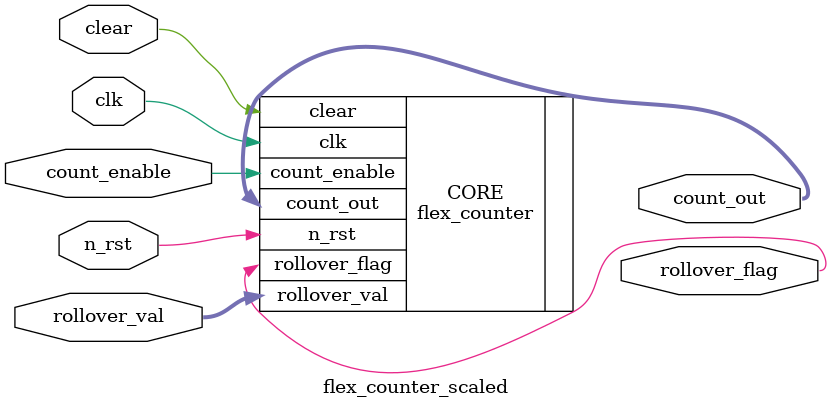
<source format=sv>

module flex_counter_scaled
(
	input wire clk,
	input wire clear,
	input wire n_rst,
	input wire count_enable,
	input wire [8:0] rollover_val,
	output wire [8:0] count_out,
	output wire rollover_flag
);
	flex_counter
	#(
		.NUM_CNT_BITS(9)
	)
	CORE
	(
		.clk(clk),
		.n_rst(n_rst),
		.clear(clear),
		.count_enable(count_enable),
		.rollover_val(rollover_val),
		.count_out(count_out),
		.rollover_flag(rollover_flag)
	);
	
endmodule

</source>
